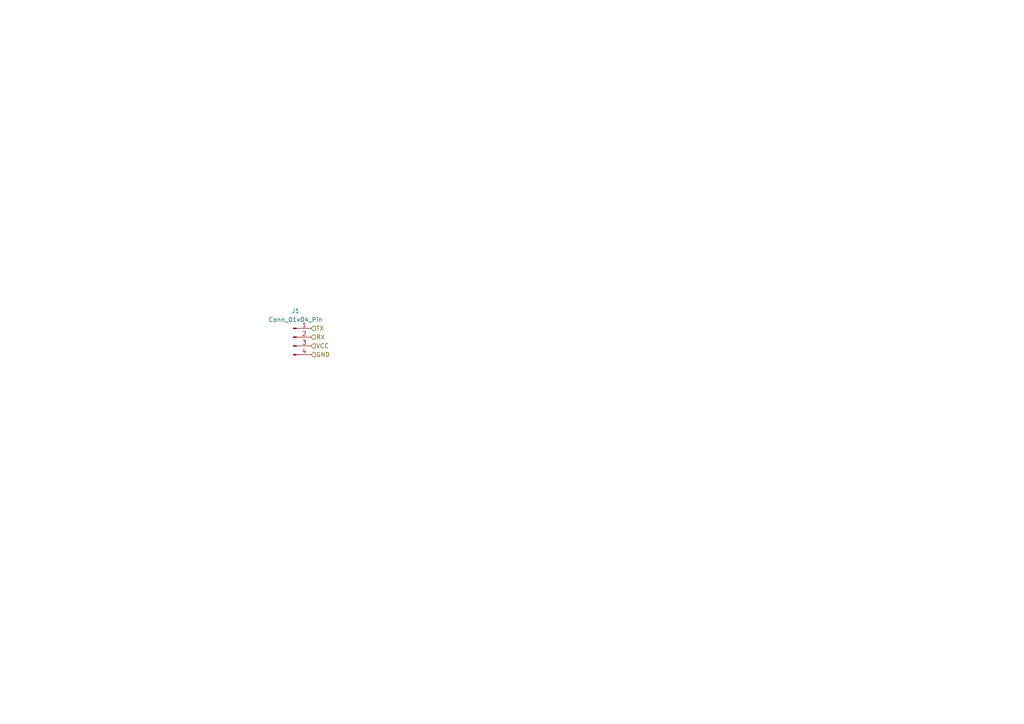
<source format=kicad_sch>
(kicad_sch (version 20231120) (generator "eeschema") (generator_version "8.0")
  (paper "A4")
  (lib_symbols
    (symbol "Connector:Conn_01x04_Pin" (pin_names (offset 1.016) hide)
      (property "Reference" "J" (at 0 5.08 0))
      (property "Value" "Conn_01x04_Pin" (at 0 -7.62 0))
      (symbol "Conn_01x04_Pin_1_1"
        (polyline (pts (xy 1.27 -5.08) (xy 0.8636 -5.08)) (stroke (width 0.1524)))
        (polyline (pts (xy 1.27 -2.54) (xy 0.8636 -2.54)) (stroke (width 0.1524)))
        (polyline (pts (xy 1.27 0) (xy 0.8636 0)) (stroke (width 0.1524)))
        (polyline (pts (xy 1.27 2.54) (xy 0.8636 2.54)) (stroke (width 0.1524)))
        (rectangle (start 0.8636 -4.953) (end 0 -5.207) (stroke (width 0.1524)) (fill (type outline)))
        (rectangle (start 0.8636 -2.413) (end 0 -2.667) (stroke (width 0.1524)) (fill (type outline)))
        (rectangle (start 0.8636 0.127) (end 0 -0.127) (stroke (width 0.1524)) (fill (type outline)))
        (rectangle (start 0.8636 2.667) (end 0 2.413) (stroke (width 0.1524)) (fill (type outline)))
        (pin passive line (at 5.08 2.54 180) (length 3.81) (name "Pin_1") (number "1"))
        (pin passive line (at 5.08 0 180) (length 3.81) (name "Pin_2") (number "2"))
        (pin passive line (at 5.08 -2.54 180) (length 3.81) (name "Pin_3") (number "3"))
        (pin passive line (at 5.08 -5.08 180) (length 3.81) (name "Pin_4") (number "4"))
      )
    )
  )
  (hierarchical_label "RX" (shape input) (at 90.17 97.79 0))
  (hierarchical_label "GND" (shape input) (at 90.17 102.87 0))
  (hierarchical_label "VCC" (shape input) (at 90.17 100.33 0))
  (hierarchical_label "TX" (shape input) (at 90.17 95.25 0))
  (symbol (lib_id "Connector:Conn_01x04_Pin") (at 85.09 97.79 0) (unit 1)
    (property "Reference" "J1" (at 85.725 90.17 0))
    (property "Value" "Conn_01x04_Pin" (at 85.725 92.71 0))
    (property "Footprint" "Connector_JST2:JST_ZH_B4B-ZR_1x04_P1.50mm_Vertical" (effects (hide yes)))
    (property "Description" "Generic connector, single row, 01x04, script generated" (effects (hide yes)))
    (instances (project "eth-uart-breakout" (path "" (reference "J1") (unit 1)) (path "" (reference "J2") (unit 1))))
  )
)
</source>
